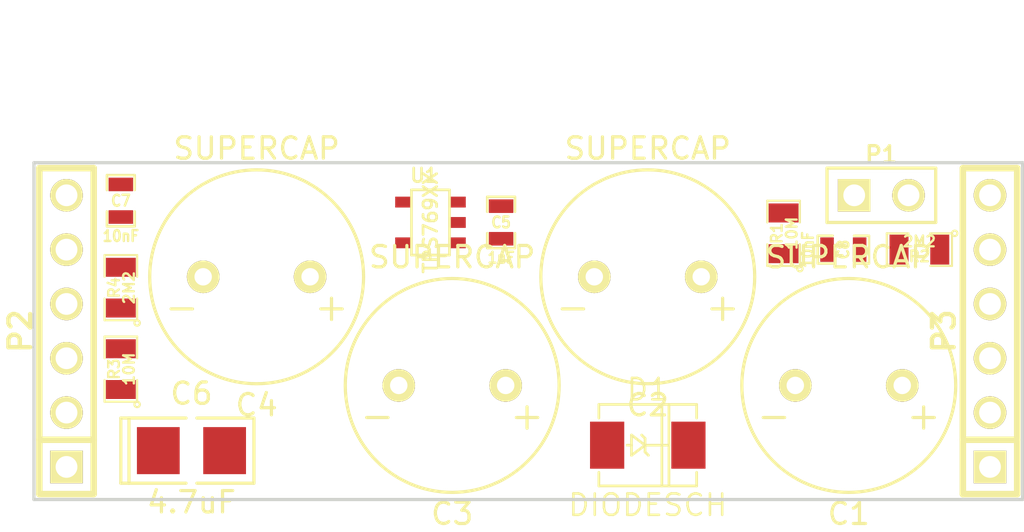
<source format=kicad_pcb>
(kicad_pcb (version 3) (host pcbnew "(2013-dec-23)-stable")

  (general
    (links 27)
    (no_connects 27)
    (area 23.9522 31.707001 73.0758 56.3082)
    (thickness 1.6)
    (drawings 5)
    (tracks 0)
    (zones 0)
    (modules 17)
    (nets 10)
  )

  (page A3)
  (layers
    (15 F.Cu signal)
    (0 B.Cu signal)
    (16 B.Adhes user)
    (17 F.Adhes user)
    (18 B.Paste user)
    (19 F.Paste user)
    (20 B.SilkS user)
    (21 F.SilkS user)
    (22 B.Mask user)
    (23 F.Mask user)
    (24 Dwgs.User user)
    (25 Cmts.User user)
    (26 Eco1.User user)
    (27 Eco2.User user)
    (28 Edge.Cuts user)
  )

  (setup
    (last_trace_width 0.2032)
    (user_trace_width 0.8128)
    (trace_clearance 0.2032)
    (zone_clearance 0.3)
    (zone_45_only no)
    (trace_min 0.2032)
    (segment_width 0.2)
    (edge_width 0.15)
    (via_size 0.889)
    (via_drill 0.635)
    (via_min_size 0.889)
    (via_min_drill 0.508)
    (uvia_size 0.508)
    (uvia_drill 0.127)
    (uvias_allowed no)
    (uvia_min_size 0.508)
    (uvia_min_drill 0.127)
    (pcb_text_width 0.3)
    (pcb_text_size 1 1)
    (mod_edge_width 0.15)
    (mod_text_size 1 1)
    (mod_text_width 0.15)
    (pad_size 2 2.2)
    (pad_drill 0)
    (pad_to_mask_clearance 0)
    (aux_axis_origin 0 0)
    (visible_elements FFFFFFBF)
    (pcbplotparams
      (layerselection 3178497)
      (usegerberextensions true)
      (excludeedgelayer true)
      (linewidth 0.150000)
      (plotframeref false)
      (viasonmask false)
      (mode 1)
      (useauxorigin false)
      (hpglpennumber 1)
      (hpglpenspeed 20)
      (hpglpendiameter 15)
      (hpglpenoverlay 2)
      (psnegative false)
      (psa4output false)
      (plotreference true)
      (plotvalue true)
      (plotothertext true)
      (plotinvisibletext false)
      (padsonsilk false)
      (subtractmaskfromsilk false)
      (outputformat 1)
      (mirror false)
      (drillshape 1)
      (scaleselection 1)
      (outputdirectory ""))
  )

  (net 0 "")
  (net 1 /V_MEASURE1)
  (net 2 /V_MEASURE2)
  (net 3 GND)
  (net 4 N-0000014)
  (net 5 N-0000015)
  (net 6 N-0000016)
  (net 7 N-0000017)
  (net 8 N-000002)
  (net 9 N-000003)

  (net_class Default "This is the default net class."
    (clearance 0.2032)
    (trace_width 0.2032)
    (via_dia 0.889)
    (via_drill 0.635)
    (uvia_dia 0.508)
    (uvia_drill 0.127)
    (add_net "")
    (add_net /V_MEASURE1)
    (add_net /V_MEASURE2)
    (add_net GND)
    (add_net N-0000014)
    (add_net N-0000015)
    (add_net N-0000016)
    (add_net N-0000017)
    (add_net N-000002)
    (add_net N-000003)
  )

  (module PIN_ARRAY_2X1 (layer F.Cu) (tedit 4565C520) (tstamp 53C505D3)
    (at 65.024 40.64)
    (descr "Connecteurs 2 pins")
    (tags "CONN DEV")
    (path /53C3E518)
    (fp_text reference P1 (at 0 -1.905) (layer F.SilkS)
      (effects (font (size 0.762 0.762) (thickness 0.1524)))
    )
    (fp_text value CONN_2 (at 0 -1.905) (layer F.SilkS) hide
      (effects (font (size 0.762 0.762) (thickness 0.1524)))
    )
    (fp_line (start -2.54 1.27) (end -2.54 -1.27) (layer F.SilkS) (width 0.1524))
    (fp_line (start -2.54 -1.27) (end 2.54 -1.27) (layer F.SilkS) (width 0.1524))
    (fp_line (start 2.54 -1.27) (end 2.54 1.27) (layer F.SilkS) (width 0.1524))
    (fp_line (start 2.54 1.27) (end -2.54 1.27) (layer F.SilkS) (width 0.1524))
    (pad 1 thru_hole rect (at -1.27 0) (size 1.524 1.524) (drill 1.016)
      (layers *.Cu *.Mask F.SilkS)
      (net 3 GND)
    )
    (pad 2 thru_hole circle (at 1.27 0) (size 1.524 1.524) (drill 1.016)
      (layers *.Cu *.Mask F.SilkS)
      (net 9 N-000003)
    )
    (model pin_array/pins_array_2x1.wrl
      (at (xyz 0 0 0))
      (scale (xyz 1 1 1))
      (rotate (xyz 0 0 0))
    )
  )

  (module SM0805 (layer F.Cu) (tedit 5091495C) (tstamp 53CD2B46)
    (at 66.802 43.18 180)
    (path /53C92F39)
    (attr smd)
    (fp_text reference R2 (at 0 -0.3175 180) (layer F.SilkS)
      (effects (font (size 0.50038 0.50038) (thickness 0.10922)))
    )
    (fp_text value 2M2 (at 0 0.381 180) (layer F.SilkS)
      (effects (font (size 0.50038 0.50038) (thickness 0.10922)))
    )
    (fp_circle (center -1.651 0.762) (end -1.651 0.635) (layer F.SilkS) (width 0.09906))
    (fp_line (start -0.508 0.762) (end -1.524 0.762) (layer F.SilkS) (width 0.09906))
    (fp_line (start -1.524 0.762) (end -1.524 -0.762) (layer F.SilkS) (width 0.09906))
    (fp_line (start -1.524 -0.762) (end -0.508 -0.762) (layer F.SilkS) (width 0.09906))
    (fp_line (start 0.508 -0.762) (end 1.524 -0.762) (layer F.SilkS) (width 0.09906))
    (fp_line (start 1.524 -0.762) (end 1.524 0.762) (layer F.SilkS) (width 0.09906))
    (fp_line (start 1.524 0.762) (end 0.508 0.762) (layer F.SilkS) (width 0.09906))
    (pad 1 smd rect (at -0.9525 0 180) (size 0.889 1.397)
      (layers F.Cu F.Paste F.Mask)
      (net 2 /V_MEASURE2)
    )
    (pad 2 smd rect (at 0.9525 0 180) (size 0.889 1.397)
      (layers F.Cu F.Paste F.Mask)
      (net 3 GND)
    )
    (model smd/chip_cms.wrl
      (at (xyz 0 0 0))
      (scale (xyz 0.1 0.1 0.1))
      (rotate (xyz 0 0 0))
    )
  )

  (module SM0805 (layer F.Cu) (tedit 5091495C) (tstamp 53CD2B38)
    (at 29.464 48.768 90)
    (path /53C93A18)
    (attr smd)
    (fp_text reference R3 (at 0 -0.3175 90) (layer F.SilkS)
      (effects (font (size 0.50038 0.50038) (thickness 0.10922)))
    )
    (fp_text value 10M (at 0 0.381 90) (layer F.SilkS)
      (effects (font (size 0.50038 0.50038) (thickness 0.10922)))
    )
    (fp_circle (center -1.651 0.762) (end -1.651 0.635) (layer F.SilkS) (width 0.09906))
    (fp_line (start -0.508 0.762) (end -1.524 0.762) (layer F.SilkS) (width 0.09906))
    (fp_line (start -1.524 0.762) (end -1.524 -0.762) (layer F.SilkS) (width 0.09906))
    (fp_line (start -1.524 -0.762) (end -0.508 -0.762) (layer F.SilkS) (width 0.09906))
    (fp_line (start 0.508 -0.762) (end 1.524 -0.762) (layer F.SilkS) (width 0.09906))
    (fp_line (start 1.524 -0.762) (end 1.524 0.762) (layer F.SilkS) (width 0.09906))
    (fp_line (start 1.524 0.762) (end 0.508 0.762) (layer F.SilkS) (width 0.09906))
    (pad 1 smd rect (at -0.9525 0 90) (size 0.889 1.397)
      (layers F.Cu F.Paste F.Mask)
      (net 9 N-000003)
    )
    (pad 2 smd rect (at 0.9525 0 90) (size 0.889 1.397)
      (layers F.Cu F.Paste F.Mask)
      (net 1 /V_MEASURE1)
    )
    (model smd/chip_cms.wrl
      (at (xyz 0 0 0))
      (scale (xyz 0.1 0.1 0.1))
      (rotate (xyz 0 0 0))
    )
  )

  (module SM0805 (layer F.Cu) (tedit 5091495C) (tstamp 53CD276B)
    (at 29.464 44.958 90)
    (path /53C93A3D)
    (attr smd)
    (fp_text reference R4 (at 0 -0.3175 90) (layer F.SilkS)
      (effects (font (size 0.50038 0.50038) (thickness 0.10922)))
    )
    (fp_text value 2M2 (at 0 0.381 90) (layer F.SilkS)
      (effects (font (size 0.50038 0.50038) (thickness 0.10922)))
    )
    (fp_circle (center -1.651 0.762) (end -1.651 0.635) (layer F.SilkS) (width 0.09906))
    (fp_line (start -0.508 0.762) (end -1.524 0.762) (layer F.SilkS) (width 0.09906))
    (fp_line (start -1.524 0.762) (end -1.524 -0.762) (layer F.SilkS) (width 0.09906))
    (fp_line (start -1.524 -0.762) (end -0.508 -0.762) (layer F.SilkS) (width 0.09906))
    (fp_line (start 0.508 -0.762) (end 1.524 -0.762) (layer F.SilkS) (width 0.09906))
    (fp_line (start 1.524 -0.762) (end 1.524 0.762) (layer F.SilkS) (width 0.09906))
    (fp_line (start 1.524 0.762) (end 0.508 0.762) (layer F.SilkS) (width 0.09906))
    (pad 1 smd rect (at -0.9525 0 90) (size 0.889 1.397)
      (layers F.Cu F.Paste F.Mask)
      (net 1 /V_MEASURE1)
    )
    (pad 2 smd rect (at 0.9525 0 90) (size 0.889 1.397)
      (layers F.Cu F.Paste F.Mask)
      (net 3 GND)
    )
    (model smd/chip_cms.wrl
      (at (xyz 0 0 0))
      (scale (xyz 0.1 0.1 0.1))
      (rotate (xyz 0 0 0))
    )
  )

  (module SM0603_Capa (layer F.Cu) (tedit 5051B1EC) (tstamp 53CD2B53)
    (at 63.246 43.18)
    (path /53C956DD)
    (attr smd)
    (fp_text reference C8 (at 0 0 90) (layer F.SilkS)
      (effects (font (size 0.508 0.4572) (thickness 0.1143)))
    )
    (fp_text value 10nF (at -1.651 0 90) (layer F.SilkS)
      (effects (font (size 0.508 0.4572) (thickness 0.1143)))
    )
    (fp_line (start 0.50038 0.65024) (end 1.19888 0.65024) (layer F.SilkS) (width 0.11938))
    (fp_line (start -0.50038 0.65024) (end -1.19888 0.65024) (layer F.SilkS) (width 0.11938))
    (fp_line (start 0.50038 -0.65024) (end 1.19888 -0.65024) (layer F.SilkS) (width 0.11938))
    (fp_line (start -1.19888 -0.65024) (end -0.50038 -0.65024) (layer F.SilkS) (width 0.11938))
    (fp_line (start 1.19888 -0.635) (end 1.19888 0.635) (layer F.SilkS) (width 0.11938))
    (fp_line (start -1.19888 0.635) (end -1.19888 -0.635) (layer F.SilkS) (width 0.11938))
    (pad 1 smd rect (at -0.762 0) (size 0.635 1.143)
      (layers F.Cu F.Paste F.Mask)
      (net 2 /V_MEASURE2)
    )
    (pad 2 smd rect (at 0.762 0) (size 0.635 1.143)
      (layers F.Cu F.Paste F.Mask)
      (net 3 GND)
    )
    (model smd\capacitors\C0603.wrl
      (at (xyz 0 0 0.001))
      (scale (xyz 0.5 0.5 0.5))
      (rotate (xyz 0 0 0))
    )
  )

  (module SM0603_Capa (layer F.Cu) (tedit 5051B1EC) (tstamp 53CD2783)
    (at 29.464 40.894 90)
    (path /53C95759)
    (attr smd)
    (fp_text reference C7 (at 0 0 180) (layer F.SilkS)
      (effects (font (size 0.508 0.4572) (thickness 0.1143)))
    )
    (fp_text value 10nF (at -1.651 0 180) (layer F.SilkS)
      (effects (font (size 0.508 0.4572) (thickness 0.1143)))
    )
    (fp_line (start 0.50038 0.65024) (end 1.19888 0.65024) (layer F.SilkS) (width 0.11938))
    (fp_line (start -0.50038 0.65024) (end -1.19888 0.65024) (layer F.SilkS) (width 0.11938))
    (fp_line (start 0.50038 -0.65024) (end 1.19888 -0.65024) (layer F.SilkS) (width 0.11938))
    (fp_line (start -1.19888 -0.65024) (end -0.50038 -0.65024) (layer F.SilkS) (width 0.11938))
    (fp_line (start 1.19888 -0.635) (end 1.19888 0.635) (layer F.SilkS) (width 0.11938))
    (fp_line (start -1.19888 0.635) (end -1.19888 -0.635) (layer F.SilkS) (width 0.11938))
    (pad 1 smd rect (at -0.762 0 90) (size 0.635 1.143)
      (layers F.Cu F.Paste F.Mask)
      (net 1 /V_MEASURE1)
    )
    (pad 2 smd rect (at 0.762 0 90) (size 0.635 1.143)
      (layers F.Cu F.Paste F.Mask)
      (net 3 GND)
    )
    (model smd\capacitors\C0603.wrl
      (at (xyz 0 0 0.001))
      (scale (xyz 0.5 0.5 0.5))
      (rotate (xyz 0 0 0))
    )
  )

  (module SUPERCAP_ESHSR-0010C0-002R7 (layer F.Cu) (tedit 53C51179) (tstamp 53C50589)
    (at 63.5 49.53 180)
    (path /53C3E8A4)
    (fp_text reference C1 (at 0 -6 180) (layer F.SilkS)
      (effects (font (size 1 1) (thickness 0.15)))
    )
    (fp_text value SUPERCAP (at 0 6 180) (layer F.SilkS)
      (effects (font (size 1 1) (thickness 0.15)))
    )
    (fp_line (start 3 -1.5) (end 4 -1.5) (layer F.SilkS) (width 0.15))
    (fp_line (start -4 -1.5) (end -3 -1.5) (layer F.SilkS) (width 0.15))
    (fp_line (start -3.5 -1) (end -3.5 -2) (layer F.SilkS) (width 0.15))
    (fp_circle (center 0 0) (end -5 0) (layer F.SilkS) (width 0.15))
    (pad 1 thru_hole circle (at -2.5 0 180) (size 1.524 1.524) (drill 0.8128)
      (layers *.Cu *.Mask F.SilkS)
      (net 6 N-0000016)
    )
    (pad 2 thru_hole circle (at 2.5 0 180) (size 1.524 1.524) (drill 0.8128)
      (layers *.Cu *.Mask F.SilkS)
      (net 5 N-0000015)
    )
  )

  (module SM0805 (layer F.Cu) (tedit 5091495C) (tstamp 53CD2B61)
    (at 60.452 42.418 90)
    (path /53C92F2A)
    (attr smd)
    (fp_text reference R1 (at 0 -0.3175 90) (layer F.SilkS)
      (effects (font (size 0.50038 0.50038) (thickness 0.10922)))
    )
    (fp_text value 10M (at 0 0.381 90) (layer F.SilkS)
      (effects (font (size 0.50038 0.50038) (thickness 0.10922)))
    )
    (fp_circle (center -1.651 0.762) (end -1.651 0.635) (layer F.SilkS) (width 0.09906))
    (fp_line (start -0.508 0.762) (end -1.524 0.762) (layer F.SilkS) (width 0.09906))
    (fp_line (start -1.524 0.762) (end -1.524 -0.762) (layer F.SilkS) (width 0.09906))
    (fp_line (start -1.524 -0.762) (end -0.508 -0.762) (layer F.SilkS) (width 0.09906))
    (fp_line (start 0.508 -0.762) (end 1.524 -0.762) (layer F.SilkS) (width 0.09906))
    (fp_line (start 1.524 -0.762) (end 1.524 0.762) (layer F.SilkS) (width 0.09906))
    (fp_line (start 1.524 0.762) (end 0.508 0.762) (layer F.SilkS) (width 0.09906))
    (pad 1 smd rect (at -0.9525 0 90) (size 0.889 1.397)
      (layers F.Cu F.Paste F.Mask)
      (net 6 N-0000016)
    )
    (pad 2 smd rect (at 0.9525 0 90) (size 0.889 1.397)
      (layers F.Cu F.Paste F.Mask)
      (net 2 /V_MEASURE2)
    )
    (model smd/chip_cms.wrl
      (at (xyz 0 0 0))
      (scale (xyz 0.1 0.1 0.1))
      (rotate (xyz 0 0 0))
    )
  )

  (module SUPERCAP_ESHSR-0010C0-002R7 (layer F.Cu) (tedit 53C51179) (tstamp 53C5059D)
    (at 54.102 44.45 180)
    (path /53C6BB4A)
    (fp_text reference C2 (at 0 -6 180) (layer F.SilkS)
      (effects (font (size 1 1) (thickness 0.15)))
    )
    (fp_text value SUPERCAP (at 0 6 180) (layer F.SilkS)
      (effects (font (size 1 1) (thickness 0.15)))
    )
    (fp_line (start 3 -1.5) (end 4 -1.5) (layer F.SilkS) (width 0.15))
    (fp_line (start -4 -1.5) (end -3 -1.5) (layer F.SilkS) (width 0.15))
    (fp_line (start -3.5 -1) (end -3.5 -2) (layer F.SilkS) (width 0.15))
    (fp_circle (center 0 0) (end -5 0) (layer F.SilkS) (width 0.15))
    (pad 1 thru_hole circle (at -2.5 0 180) (size 1.524 1.524) (drill 0.8128)
      (layers *.Cu *.Mask F.SilkS)
      (net 5 N-0000015)
    )
    (pad 2 thru_hole circle (at 2.5 0 180) (size 1.524 1.524) (drill 0.8128)
      (layers *.Cu *.Mask F.SilkS)
      (net 8 N-000002)
    )
  )

  (module SUPERCAP_ESHSR-0010C0-002R7 (layer F.Cu) (tedit 53C51179) (tstamp 53C505A7)
    (at 44.958 49.53 180)
    (path /53C92365)
    (fp_text reference C3 (at 0 -6 180) (layer F.SilkS)
      (effects (font (size 1 1) (thickness 0.15)))
    )
    (fp_text value SUPERCAP (at 0 6 180) (layer F.SilkS)
      (effects (font (size 1 1) (thickness 0.15)))
    )
    (fp_line (start 3 -1.5) (end 4 -1.5) (layer F.SilkS) (width 0.15))
    (fp_line (start -4 -1.5) (end -3 -1.5) (layer F.SilkS) (width 0.15))
    (fp_line (start -3.5 -1) (end -3.5 -2) (layer F.SilkS) (width 0.15))
    (fp_circle (center 0 0) (end -5 0) (layer F.SilkS) (width 0.15))
    (pad 1 thru_hole circle (at -2.5 0 180) (size 1.524 1.524) (drill 0.8128)
      (layers *.Cu *.Mask F.SilkS)
      (net 8 N-000002)
    )
    (pad 2 thru_hole circle (at 2.5 0 180) (size 1.524 1.524) (drill 0.8128)
      (layers *.Cu *.Mask F.SilkS)
      (net 7 N-0000017)
    )
  )

  (module PIN_ARRAY-6X1 (layer F.Cu) (tedit 41402119) (tstamp 53C505C9)
    (at 26.924 46.99 90)
    (descr "Connecteur 6 pins")
    (tags "CONN DEV")
    (path /53C4FACB)
    (fp_text reference P2 (at 0 -2.159 90) (layer F.SilkS)
      (effects (font (size 1.016 1.016) (thickness 0.2032)))
    )
    (fp_text value CONN_6 (at 0 2.159 90) (layer F.SilkS) hide
      (effects (font (size 1.016 0.889) (thickness 0.2032)))
    )
    (fp_line (start -7.62 1.27) (end -7.62 -1.27) (layer F.SilkS) (width 0.3048))
    (fp_line (start -7.62 -1.27) (end 7.62 -1.27) (layer F.SilkS) (width 0.3048))
    (fp_line (start 7.62 -1.27) (end 7.62 1.27) (layer F.SilkS) (width 0.3048))
    (fp_line (start 7.62 1.27) (end -7.62 1.27) (layer F.SilkS) (width 0.3048))
    (fp_line (start -5.08 1.27) (end -5.08 -1.27) (layer F.SilkS) (width 0.3048))
    (pad 1 thru_hole rect (at -6.35 0 90) (size 1.524 1.524) (drill 1.016)
      (layers *.Cu *.Mask F.SilkS)
      (net 4 N-0000014)
    )
    (pad 2 thru_hole circle (at -3.81 0 90) (size 1.524 1.524) (drill 1.016)
      (layers *.Cu *.Mask F.SilkS)
      (net 3 GND)
    )
    (pad 3 thru_hole circle (at -1.27 0 90) (size 1.524 1.524) (drill 1.016)
      (layers *.Cu *.Mask F.SilkS)
    )
    (pad 4 thru_hole circle (at 1.27 0 90) (size 1.524 1.524) (drill 1.016)
      (layers *.Cu *.Mask F.SilkS)
    )
    (pad 5 thru_hole circle (at 3.81 0 90) (size 1.524 1.524) (drill 1.016)
      (layers *.Cu *.Mask F.SilkS)
    )
    (pad 6 thru_hole circle (at 6.35 0 90) (size 1.524 1.524) (drill 1.016)
      (layers *.Cu *.Mask F.SilkS)
      (net 1 /V_MEASURE1)
    )
    (model pin_array/pins_array_6x1.wrl
      (at (xyz 0 0 0))
      (scale (xyz 1 1 1))
      (rotate (xyz 0 0 0))
    )
  )

  (module PIN_ARRAY-6X1 (layer F.Cu) (tedit 41402119) (tstamp 53C505DD)
    (at 70.104 46.99 90)
    (descr "Connecteur 6 pins")
    (tags "CONN DEV")
    (path /53C4FADA)
    (fp_text reference P3 (at 0 -2.159 90) (layer F.SilkS)
      (effects (font (size 1.016 1.016) (thickness 0.2032)))
    )
    (fp_text value CONN_6 (at 0 2.159 90) (layer F.SilkS) hide
      (effects (font (size 1.016 0.889) (thickness 0.2032)))
    )
    (fp_line (start -7.62 1.27) (end -7.62 -1.27) (layer F.SilkS) (width 0.3048))
    (fp_line (start -7.62 -1.27) (end 7.62 -1.27) (layer F.SilkS) (width 0.3048))
    (fp_line (start 7.62 -1.27) (end 7.62 1.27) (layer F.SilkS) (width 0.3048))
    (fp_line (start 7.62 1.27) (end -7.62 1.27) (layer F.SilkS) (width 0.3048))
    (fp_line (start -5.08 1.27) (end -5.08 -1.27) (layer F.SilkS) (width 0.3048))
    (pad 1 thru_hole rect (at -6.35 0 90) (size 1.524 1.524) (drill 1.016)
      (layers *.Cu *.Mask F.SilkS)
    )
    (pad 2 thru_hole circle (at -3.81 0 90) (size 1.524 1.524) (drill 1.016)
      (layers *.Cu *.Mask F.SilkS)
      (net 2 /V_MEASURE2)
    )
    (pad 3 thru_hole circle (at -1.27 0 90) (size 1.524 1.524) (drill 1.016)
      (layers *.Cu *.Mask F.SilkS)
    )
    (pad 4 thru_hole circle (at 1.27 0 90) (size 1.524 1.524) (drill 1.016)
      (layers *.Cu *.Mask F.SilkS)
    )
    (pad 5 thru_hole circle (at 3.81 0 90) (size 1.524 1.524) (drill 1.016)
      (layers *.Cu *.Mask F.SilkS)
    )
    (pad 6 thru_hole circle (at 6.35 0 90) (size 1.524 1.524) (drill 1.016)
      (layers *.Cu *.Mask F.SilkS)
    )
    (model pin_array/pins_array_6x1.wrl
      (at (xyz 0 0 0))
      (scale (xyz 1 1 1))
      (rotate (xyz 0 0 0))
    )
  )

  (module SM0603_Capa (layer F.Cu) (tedit 5051B1EC) (tstamp 53C5676B)
    (at 47.244 41.91 90)
    (path /53C9232C)
    (attr smd)
    (fp_text reference C5 (at 0 0 180) (layer F.SilkS)
      (effects (font (size 0.508 0.4572) (thickness 0.1143)))
    )
    (fp_text value 1uF (at -1.651 0 180) (layer F.SilkS)
      (effects (font (size 0.508 0.4572) (thickness 0.1143)))
    )
    (fp_line (start 0.50038 0.65024) (end 1.19888 0.65024) (layer F.SilkS) (width 0.11938))
    (fp_line (start -0.50038 0.65024) (end -1.19888 0.65024) (layer F.SilkS) (width 0.11938))
    (fp_line (start 0.50038 -0.65024) (end 1.19888 -0.65024) (layer F.SilkS) (width 0.11938))
    (fp_line (start -1.19888 -0.65024) (end -0.50038 -0.65024) (layer F.SilkS) (width 0.11938))
    (fp_line (start 1.19888 -0.635) (end 1.19888 0.635) (layer F.SilkS) (width 0.11938))
    (fp_line (start -1.19888 0.635) (end -1.19888 -0.635) (layer F.SilkS) (width 0.11938))
    (pad 1 smd rect (at -0.762 0 90) (size 0.635 1.143)
      (layers F.Cu F.Paste F.Mask)
      (net 6 N-0000016)
    )
    (pad 2 smd rect (at 0.762 0 90) (size 0.635 1.143)
      (layers F.Cu F.Paste F.Mask)
      (net 3 GND)
    )
    (model smd\capacitors\C0603.wrl
      (at (xyz 0 0 0.001))
      (scale (xyz 0.5 0.5 0.5))
      (rotate (xyz 0 0 0))
    )
  )

  (module SOT23-5 (layer F.Cu) (tedit 4ECF78EF) (tstamp 53C5DD6B)
    (at 43.942 41.91 90)
    (path /53C91F5E)
    (attr smd)
    (fp_text reference U1 (at 2.19964 -0.29972 180) (layer F.SilkS)
      (effects (font (size 0.635 0.635) (thickness 0.127)))
    )
    (fp_text value TPS769XX (at 0 0 90) (layer F.SilkS)
      (effects (font (size 0.635 0.635) (thickness 0.127)))
    )
    (fp_line (start 1.524 -0.889) (end 1.524 0.889) (layer F.SilkS) (width 0.127))
    (fp_line (start 1.524 0.889) (end -1.524 0.889) (layer F.SilkS) (width 0.127))
    (fp_line (start -1.524 0.889) (end -1.524 -0.889) (layer F.SilkS) (width 0.127))
    (fp_line (start -1.524 -0.889) (end 1.524 -0.889) (layer F.SilkS) (width 0.127))
    (pad 1 smd rect (at -0.9525 1.27 90) (size 0.508 0.762)
      (layers F.Cu F.Paste F.Mask)
      (net 6 N-0000016)
    )
    (pad 3 smd rect (at 0.9525 1.27 90) (size 0.508 0.762)
      (layers F.Cu F.Paste F.Mask)
      (net 3 GND)
    )
    (pad 5 smd rect (at -0.9525 -1.27 90) (size 0.508 0.762)
      (layers F.Cu F.Paste F.Mask)
      (net 4 N-0000014)
    )
    (pad 2 smd rect (at 0 1.27 90) (size 0.508 0.762)
      (layers F.Cu F.Paste F.Mask)
      (net 3 GND)
    )
    (pad 4 smd rect (at 0.9525 -1.27 90) (size 0.508 0.762)
      (layers F.Cu F.Paste F.Mask)
    )
    (model smd/SOT23_5.wrl
      (at (xyz 0 0 0))
      (scale (xyz 0.1 0.1 0.1))
      (rotate (xyz 0 0 0))
    )
  )

  (module SM1411_POL (layer F.Cu) (tedit 53CCCAB7) (tstamp 53C6D119)
    (at 32.766 52.578)
    (path /53C93CB8)
    (fp_text reference C6 (at 0 -2.667) (layer F.SilkS)
      (effects (font (size 1 1) (thickness 0.15)))
    )
    (fp_text value 4.7uF (at 0 2.413) (layer F.SilkS)
      (effects (font (size 1 1) (thickness 0.15)))
    )
    (fp_line (start -2.921 -1.524) (end -3.302 -1.524) (layer F.SilkS) (width 0.15))
    (fp_line (start -3.302 -1.524) (end -3.302 1.524) (layer F.SilkS) (width 0.15))
    (fp_line (start -3.302 1.524) (end -2.921 1.524) (layer F.SilkS) (width 0.15))
    (fp_line (start -0.254 1.524) (end -2.921 1.524) (layer F.SilkS) (width 0.15))
    (fp_line (start -2.921 1.524) (end -2.921 -1.524) (layer F.SilkS) (width 0.15))
    (fp_line (start -2.921 -1.524) (end -0.254 -1.524) (layer F.SilkS) (width 0.15))
    (fp_line (start 0.254 -1.524) (end 2.921 -1.524) (layer F.SilkS) (width 0.15))
    (fp_line (start 2.921 -1.524) (end 2.921 1.524) (layer F.SilkS) (width 0.15))
    (fp_line (start 2.921 1.524) (end 0.254 1.524) (layer F.SilkS) (width 0.15))
    (pad 1 smd rect (at -1.55 0) (size 2 2.2)
      (layers F.Cu F.Paste F.Mask)
      (net 4 N-0000014)
    )
    (pad 2 smd rect (at 1.55 0) (size 2 2.2)
      (layers F.Cu F.Paste F.Mask)
      (net 3 GND)
    )
  )

  (module SUPERCAP_ESHSR-0010C0-002R7 (layer F.Cu) (tedit 53C51179) (tstamp 53C5057D)
    (at 35.814 44.45 180)
    (path /53C9236B)
    (fp_text reference C4 (at 0 -6 180) (layer F.SilkS)
      (effects (font (size 1 1) (thickness 0.15)))
    )
    (fp_text value SUPERCAP (at 0 6 180) (layer F.SilkS)
      (effects (font (size 1 1) (thickness 0.15)))
    )
    (fp_line (start 3 -1.5) (end 4 -1.5) (layer F.SilkS) (width 0.15))
    (fp_line (start -4 -1.5) (end -3 -1.5) (layer F.SilkS) (width 0.15))
    (fp_line (start -3.5 -1) (end -3.5 -2) (layer F.SilkS) (width 0.15))
    (fp_circle (center 0 0) (end -5 0) (layer F.SilkS) (width 0.15))
    (pad 1 thru_hole circle (at -2.5 0 180) (size 1.524 1.524) (drill 0.8128)
      (layers *.Cu *.Mask F.SilkS)
      (net 7 N-0000017)
    )
    (pad 2 thru_hole circle (at 2.5 0 180) (size 1.524 1.524) (drill 0.8128)
      (layers *.Cu *.Mask F.SilkS)
      (net 3 GND)
    )
  )

  (module "DO-214AC(SMA)" (layer F.Cu) (tedit 50924EEA) (tstamp 53C5056E)
    (at 54.102 52.324)
    (descr "DO-214AC (SMA)  PACKAGE.")
    (tags "DO-214AC SMA")
    (path /53C3E57D)
    (attr smd)
    (fp_text reference D1 (at 0 -2.60096) (layer F.SilkS)
      (effects (font (size 1.00076 1.00076) (thickness 0.11938)))
    )
    (fp_text value DIODESCH (at 0 2.79908) (layer F.SilkS)
      (effects (font (size 1.00076 1.00076) (thickness 0.11938)))
    )
    (fp_line (start -0.762 0) (end -0.9652 0) (layer F.SilkS) (width 0.127))
    (fp_line (start -2.286 -1.905) (end 2.286 -1.905) (layer F.SilkS) (width 0.127))
    (fp_line (start 2.286 -1.905) (end 2.286 -1.27) (layer F.SilkS) (width 0.127))
    (fp_line (start 0.6604 1.905) (end 0.6604 -1.905) (layer F.SilkS) (width 0.127))
    (fp_line (start 0.9906 1.905) (end 0.9906 -1.905) (layer F.SilkS) (width 0.127))
    (fp_line (start -2.286 1.27) (end -2.286 1.905) (layer F.SilkS) (width 0.127))
    (fp_line (start -2.286 1.905) (end 2.286 1.905) (layer F.SilkS) (width 0.127))
    (fp_line (start 2.286 1.905) (end 2.286 1.27) (layer F.SilkS) (width 0.127))
    (fp_line (start -2.286 -1.27) (end -2.286 -1.905) (layer F.SilkS) (width 0.127))
    (fp_line (start -0.127 0) (end -0.762 -0.47498) (layer F.SilkS) (width 0.127))
    (fp_line (start -0.762 -0.47498) (end -0.762 0) (layer F.SilkS) (width 0.127))
    (fp_line (start -0.762 0) (end -0.762 0.47498) (layer F.SilkS) (width 0.127))
    (fp_line (start -0.762 0.47498) (end -0.127 0) (layer F.SilkS) (width 0.127))
    (fp_line (start -0.127 0) (end -0.127 -0.3175) (layer F.SilkS) (width 0.127))
    (fp_line (start -0.127 -0.3175) (end -0.28448 -0.47498) (layer F.SilkS) (width 0.127))
    (fp_line (start -0.127 0) (end -0.127 0.3175) (layer F.SilkS) (width 0.127))
    (fp_line (start -0.127 0.3175) (end 0.03048 0.47498) (layer F.SilkS) (width 0.127))
    (fp_line (start -0.127 0) (end 0.98298 0) (layer F.SilkS) (width 0.127))
    (pad 1 smd rect (at -1.89992 0) (size 1.6002 2.19964)
      (layers F.Cu F.Paste F.Mask)
      (net 9 N-000003)
    )
    (pad 2 smd rect (at 1.89992 0) (size 1.6002 2.19964)
      (layers F.Cu F.Paste F.Mask)
      (net 6 N-0000016)
    )
    (model smd/do214.wrl
      (at (xyz 0 0 0))
      (scale (xyz 0.95 0.95 0.95))
      (rotate (xyz 0 0 0))
    )
  )

  (gr_line (start 25.4 54.864) (end 25.4 39.116) (angle 90) (layer Edge.Cuts) (width 0.15))
  (gr_line (start 71.628 54.864) (end 25.4 54.864) (angle 90) (layer Edge.Cuts) (width 0.15))
  (gr_line (start 71.628 39.116) (end 71.628 54.864) (angle 90) (layer Edge.Cuts) (width 0.15))
  (gr_line (start 25.4 39.116) (end 71.628 39.116) (angle 90) (layer Edge.Cuts) (width 0.15))
  (dimension 43.18 (width 0.25) (layer Dwgs.User)
    (gr_text "1,7000 in" (at 48.514 32.782001) (layer Dwgs.User)
      (effects (font (size 1 1) (thickness 0.25)))
    )
    (feature1 (pts (xy 70.104 37.592) (xy 70.104 31.782001)))
    (feature2 (pts (xy 26.924 37.592) (xy 26.924 31.782001)))
    (crossbar (pts (xy 26.924 33.782001) (xy 70.104 33.782001)))
    (arrow1a (pts (xy 70.104 33.782001) (xy 68.977497 34.368421)))
    (arrow1b (pts (xy 70.104 33.782001) (xy 68.977497 33.195581)))
    (arrow2a (pts (xy 26.924 33.782001) (xy 28.050503 34.368421)))
    (arrow2b (pts (xy 26.924 33.782001) (xy 28.050503 33.195581)))
  )

  (zone (net 3) (net_name GND) (layer B.Cu) (tstamp 53C6D606) (hatch edge 0.508)
    (connect_pads (clearance 0.3))
    (min_thickness 0.3)
    (fill (arc_segments 16) (thermal_gap 0.4) (thermal_bridge_width 0.4))
    (polygon
      (pts
        (xy 25.4 39.116) (xy 71.628 39.116) (xy 71.628 54.864) (xy 25.4 54.864)
      )
    )
  )
  (zone (net 3) (net_name GND) (layer F.Cu) (tstamp 53C6D61E) (hatch edge 0.508)
    (connect_pads (clearance 0.3))
    (min_thickness 0.3)
    (fill (arc_segments 16) (thermal_gap 0.4) (thermal_bridge_width 0.4))
    (polygon
      (pts
        (xy 25.4 39.116) (xy 71.628 39.116) (xy 71.628 54.864) (xy 25.4 54.864)
      )
    )
  )
)

</source>
